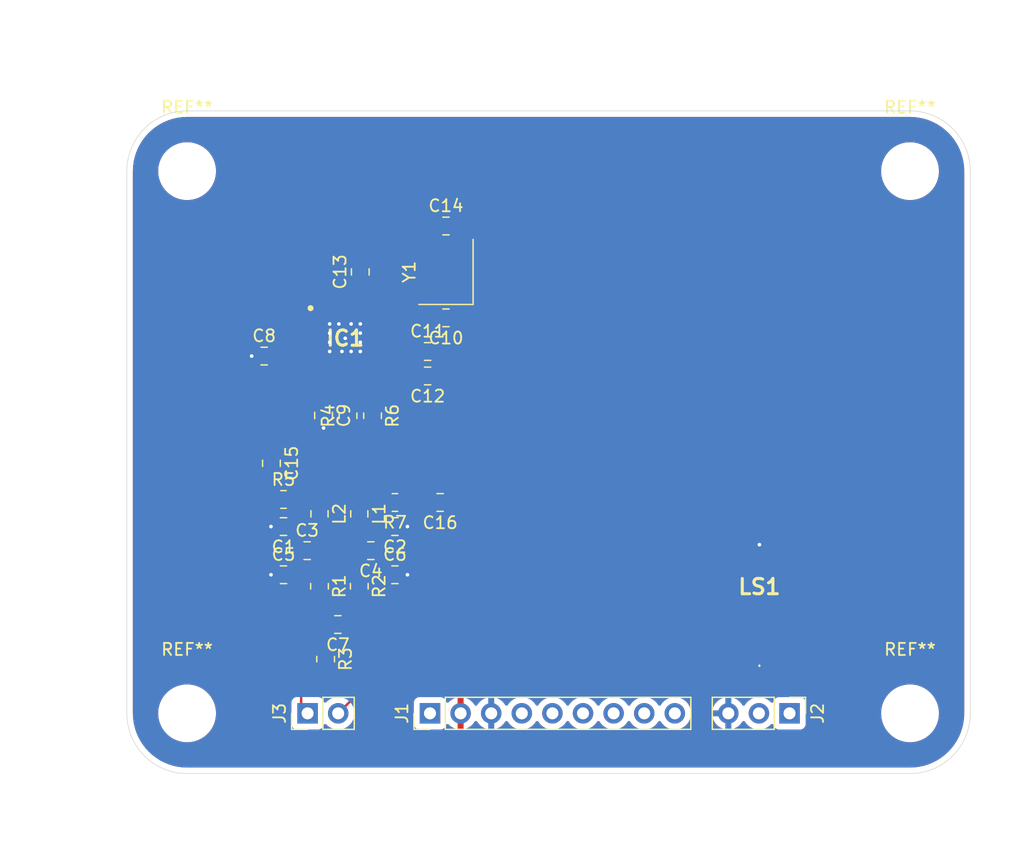
<source format=kicad_pcb>
(kicad_pcb (version 20241229) (generator "pcbnew") (generator_version "9.0")
  (layers (0 "F.Cu" signal) (2 "B.Cu" signal) (13 "F.Paste" user) (15 "B.Paste" user) (5 "F.SilkS" user "F.Silkscreen") (7 "B.SilkS" user "B.Silkscreen") (1 "F.Mask" user) (3 "B.Mask" user) (25 "Edge.Cuts" user))
  (net 0 "")
  (net 14 "GND")
  (net 15 "Net-(C1-Pad1)")
  (net 16 "Net-(C2-Pad2)")
  (net 17 "Net-(C3-Pad2)")
  (net 18 "Net-(C4-Pad2)")
  (net 19 "Net-(C7-Pad2)")
  (net 20 "Net-(IC1-DVDD)")
  (net 21 "Net-(IC1-AVDD)")
  (net 22 "XTAL1")
  (net 23 "+5V")
  (net 24 "+3.3V")
  (net 25 "XTAL2")
  (net 26 "Net-(IC1-RXN)")
  (net 27 "Net-(C15-Pad2)")
  (net 28 "Net-(IC1-RXP)")
  (net 29 "Net-(C16-Pad2)")
  (net 30 "LED")
  (net 31 "SCK")
  (net 32 "Net-(IC1-TX2)")
  (net 33 "Net-(IC1-TX1)")
  (net 34 "MOSI")
  (net 35 "MISO")
  (net 36 "Net-(IC1-VMID)")
  (net 37 "CS")
  (net 38 "Beeper")
  (net 39 "Net-(J3-Pin_2)")
  (net 40 "Net-(J3-Pin_1)")
  (footprint "Capacitor_SMD:C_0805_2012Metric_Pad1.18x1.45mm_HandSolder" (layer "F.Cu") (at 169.3745 58.364 90)
    (property "Reference" "C13" (at 0 -1.68 90) (layer "F.SilkS"))
    (property "Value" "100nF")
    (fp_line (start -0.261252 -0.735) (end 0.261252 -0.735) (stroke (width 0.12)) (layer "F.SilkS"))
    (fp_line (start -0.261252 0.735) (end 0.261252 0.735) (stroke (width 0.12)) (layer "F.SilkS"))
    (pad "1" smd roundrect (at -1.0375 0 90) (size 1.175 1.45) (layers "F.Cu" "F.Mask" "F.Paste") (roundrect_rratio 0.212766) (net 24 "+3.3V"))
    (pad "2" smd roundrect (at 1.0375 0 90) (size 1.175 1.45) (layers "F.Cu" "F.Mask" "F.Paste") (roundrect_rratio 0.212766) (net 14 "GND"))
  )
  (footprint "Inductor_SMD:L_0805_2012Metric_Pad1.15x1.40mm_HandSolder" (layer "F.Cu") (at 169.291 78.446 -90)
    (property "Reference" "L1" (at 0 -1.65 90) (layer "F.SilkS"))
    (property "Value" "470nH" (hide yes))
    (fp_line (start -0.261252 0.71) (end 0.261252 0.71) (stroke (width 0.12)) (layer "F.SilkS"))
    (fp_line (start -0.261252 -0.71) (end 0.261252 -0.71) (stroke (width 0.12)) (layer "F.SilkS"))
    (pad "1" smd roundrect (at -1.025 0 270) (size 1.15 1.4) (layers "F.Cu" "F.Mask" "F.Paste") (roundrect_rratio 0.217391) (net 32 "Net-(IC1-TX2)"))
    (pad "2" smd roundrect (at 1.025 0 270) (size 1.15 1.4) (layers "F.Cu" "F.Mask" "F.Paste") (roundrect_rratio 0.217391) (net 16 "Net-(C2-Pad2)"))
  )
  (footprint "Capacitor_SMD:C_0805_2012Metric_Pad1.18x1.45mm_HandSolder" (layer "F.Cu") (at 176.4865 54.554)
    (property "Reference" "C14" (at 0 -1.68 0) (layer "F.SilkS"))
    (property "Value" "10pf")
    (fp_line (start -0.261252 -0.735) (end 0.261252 -0.735) (stroke (width 0.12)) (layer "F.SilkS"))
    (fp_line (start -0.261252 0.735) (end 0.261252 0.735) (stroke (width 0.12)) (layer "F.SilkS"))
    (pad "1" smd roundrect (at -1.0375 0) (size 1.175 1.45) (layers "F.Cu" "F.Mask" "F.Paste") (roundrect_rratio 0.212766) (net 14 "GND"))
    (pad "2" smd roundrect (at 1.0375 0) (size 1.175 1.45) (layers "F.Cu" "F.Mask" "F.Paste") (roundrect_rratio 0.212766) (net 25 "XTAL2"))
  )
  (footprint "Capacitor_SMD:C_0805_2012Metric_Pad1.18x1.45mm_HandSolder" (layer "F.Cu") (at 161.395 65.349)
    (property "Reference" "C8" (at 0 -1.68 0) (layer "F.SilkS"))
    (property "Value" "470nF")
    (fp_line (start -0.261252 -0.735) (end 0.261252 -0.735) (stroke (width 0.12)) (layer "F.SilkS"))
    (fp_line (start -0.261252 0.735) (end 0.261252 0.735) (stroke (width 0.12)) (layer "F.SilkS"))
    (pad "1" smd roundrect (at -1.0375 0) (size 1.175 1.45) (layers "F.Cu" "F.Mask" "F.Paste") (roundrect_rratio 0.212766) (net 14 "GND"))
    (pad "2" smd roundrect (at 1.0375 0) (size 1.175 1.45) (layers "F.Cu" "F.Mask" "F.Paste") (roundrect_rratio 0.212766) (net 20 "Net-(IC1-DVDD)"))
  )
  (footprint "MountingHole:MountingHole_4.3mm_M4" (layer "F.Cu") (at 155 95)
    (property "Reference" "REF**" (at 0 -5.3 0) (layer "F.SilkS"))
    (property "Value" "MountingHole_4.3mm_M4")
    (pad "" np_thru_hole circle (at 0 0) (size 4.3 4.3) (drill 4.3) (layers "*.Cu" "*.Mask"))
  )
  (footprint "MountingHole:MountingHole_4.3mm_M4" (layer "F.Cu") (at 215 50)
    (property "Reference" "REF**" (at 0 -5.3 0) (layer "F.SilkS"))
    (property "Value" "MountingHole_4.3mm_M4")
    (pad "" np_thru_hole circle (at 0 0) (size 4.3 4.3) (drill 4.3) (layers "*.Cu" "*.Mask"))
  )
  (footprint "Connector_PinHeader_2.54mm:PinHeader_1x03_P2.54mm_Vertical" (layer "F.Cu") (at 205 95 -90)
    (property "Reference" "J2" (at 0 -2.33 90) (layer "F.SilkS"))
    (property "Value" "LED Out")
    (fp_line (start -1.33 6.41) (end 1.33 6.41) (stroke (width 0.12)) (layer "F.SilkS"))
    (fp_line (start -1.33 1.27) (end -1.33 6.41) (stroke (width 0.12)) (layer "F.SilkS"))
    (fp_line (start -1.33 1.27) (end 1.33 1.27) (stroke (width 0.12)) (layer "F.SilkS"))
    (fp_line (start 1.33 1.27) (end 1.33 6.41) (stroke (width 0.12)) (layer "F.SilkS"))
    (fp_line (start -1.33 0) (end -1.33 -1.33) (stroke (width 0.12)) (layer "F.SilkS"))
    (fp_line (start -1.33 -1.33) (end 0 -1.33) (stroke (width 0.12)) (layer "F.SilkS"))
    (pad "1" thru_hole rect (at 0 0 270) (size 1.7 1.7) (drill 1) (layers "*.Cu" "*.Mask") (net 23 "+5V"))
    (pad "2" thru_hole oval (at 0 2.54 270) (size 1.7 1.7) (drill 1) (layers "*.Cu" "*.Mask") (net 30 "LED"))
    (pad "3" thru_hole oval (at 0 5.08 270) (size 1.7 1.7) (drill 1) (layers "*.Cu" "*.Mask") (net 14 "GND"))
  )
  (footprint "Capacitor_SMD:C_0805_2012Metric_Pad1.18x1.45mm_HandSolder" (layer "F.Cu") (at 170.25 81.5 180)
    (property "Reference" "C4" (at 0 -1.68 0) (layer "F.SilkS"))
    (property "Value" "34.7pf" (hide yes))
    (fp_line (start -0.261252 0.735) (end 0.261252 0.735) (stroke (width 0.12)) (layer "F.SilkS"))
    (fp_line (start -0.261252 -0.735) (end 0.261252 -0.735) (stroke (width 0.12)) (layer "F.SilkS"))
    (pad "1" smd roundrect (at -1.0375 0 180) (size 1.175 1.45) (layers "F.Cu" "F.Mask" "F.Paste") (roundrect_rratio 0.212766) (net 16 "Net-(C2-Pad2)"))
    (pad "2" smd roundrect (at 1.0375 0 180) (size 1.175 1.45) (layers "F.Cu" "F.Mask" "F.Paste") (roundrect_rratio 0.212766) (net 18 "Net-(C4-Pad2)"))
  )
  (footprint "Capacitor_SMD:C_0805_2012Metric_Pad1.18x1.45mm_HandSolder" (layer "F.Cu") (at 174.9625 67 180)
    (property "Reference" "C12" (at 0 -1.68 0) (layer "F.SilkS"))
    (property "Value" "1uF")
    (fp_line (start -0.261252 0.735) (end 0.261252 0.735) (stroke (width 0.12)) (layer "F.SilkS"))
    (fp_line (start -0.261252 -0.735) (end 0.261252 -0.735) (stroke (width 0.12)) (layer "F.SilkS"))
    (pad "1" smd roundrect (at -1.0375 0 180) (size 1.175 1.45) (layers "F.Cu" "F.Mask" "F.Paste") (roundrect_rratio 0.212766) (net 14 "GND"))
    (pad "2" smd roundrect (at 1.0375 0 180) (size 1.175 1.45) (layers "F.Cu" "F.Mask" "F.Paste") (roundrect_rratio 0.212766) (net 23 "+5V"))
  )
  (footprint "Capacitor_SMD:C_0805_2012Metric_Pad1.18x1.45mm_HandSolder" (layer "F.Cu") (at 162 74.25 -90)
    (property "Reference" "C15" (at 0 -1.68 90) (layer "F.SilkS"))
    (property "Value" "1nF" (hide yes))
    (fp_line (start -0.261252 0.735) (end 0.261252 0.735) (stroke (width 0.12)) (layer "F.SilkS"))
    (fp_line (start -0.261252 -0.735) (end 0.261252 -0.735) (stroke (width 0.12)) (layer "F.SilkS"))
    (pad "1" smd roundrect (at -1.0375 0 270) (size 1.175 1.45) (layers "F.Cu" "F.Mask" "F.Paste") (roundrect_rratio 0.212766) (net 26 "Net-(IC1-RXN)"))
    (pad "2" smd roundrect (at 1.0375 0 270) (size 1.175 1.45) (layers "F.Cu" "F.Mask" "F.Paste") (roundrect_rratio 0.212766) (net 27 "Net-(C15-Pad2)"))
  )
  (footprint "CLRC663:CMT1075SMTTR" (layer "F.Cu") (at 202.5 84.5)
    (property "Reference" "LS1" (at 0 0 0) (layer "F.SilkS") (effects (font (size 1.27 1.27) (thickness 0.254))))
    (property "Value" "CMT-1075-SMT-TR" (hide yes))
    (fp_line (start 0 6.5) (end 0 6.5) (stroke (width 0.1)) (layer "F.SilkS"))
    (fp_line (start 0 6.6) (end 0 6.6) (stroke (width 0.1)) (layer "F.SilkS"))
    (fp_arc (start 0 6.5) (mid 0.05 6.55) (end 0 6.6) (stroke (width 0.1)) (layer "F.SilkS"))
    (fp_arc (start 0 6.6) (mid -0.05 6.55) (end 0 6.5) (stroke (width 0.1)) (layer "F.SilkS"))
    (pad "1" smd rect (at 0 3.5) (size 2.6 5) (layers "F.Cu" "F.Mask" "F.Paste") (net 38 "Beeper"))
    (pad "2" smd rect (at 0 -3.5) (size 2.6 5) (layers "F.Cu" "F.Mask" "F.Paste") (net 14 "GND"))
  )
  (footprint "Resistor_SMD:R_0805_2012Metric_Pad1.20x1.40mm_HandSolder" (layer "F.Cu") (at 170.3905 70.302 -90)
    (property "Reference" "R6" (at 0 -1.65 90) (layer "F.SilkS"))
    (property "Value" "1k")
    (fp_line (start -0.227064 0.735) (end 0.227064 0.735) (stroke (width 0.12)) (layer "F.SilkS"))
    (fp_line (start -0.227064 -0.735) (end 0.227064 -0.735) (stroke (width 0.12)) (layer "F.SilkS"))
    (pad "1" smd roundrect (at -1 0 270) (size 1.2 1.4) (layers "F.Cu" "F.Mask" "F.Paste") (roundrect_rratio 0.208333) (net 28 "Net-(IC1-RXP)"))
    (pad "2" smd roundrect (at 1 0 270) (size 1.2 1.4) (layers "F.Cu" "F.Mask" "F.Paste") (roundrect_rratio 0.208333) (net 36 "Net-(IC1-VMID)"))
  )
  (footprint "Resistor_SMD:R_0805_2012Metric_Pad1.20x1.40mm_HandSolder" (layer "F.Cu") (at 168.3585 70.302 90)
    (property "Reference" "R4" (at 0 -1.65 90) (layer "F.SilkS"))
    (property "Value" "1k")
    (fp_line (start -0.227064 -0.735) (end 0.227064 -0.735) (stroke (width 0.12)) (layer "F.SilkS"))
    (fp_line (start -0.227064 0.735) (end 0.227064 0.735) (stroke (width 0.12)) (layer "F.SilkS"))
    (pad "1" smd roundrect (at -1 0 90) (size 1.2 1.4) (layers "F.Cu" "F.Mask" "F.Paste") (roundrect_rratio 0.208333) (net 26 "Net-(IC1-RXN)"))
    (pad "2" smd roundrect (at 1 0 90) (size 1.2 1.4) (layers "F.Cu" "F.Mask" "F.Paste") (roundrect_rratio 0.208333) (net 36 "Net-(IC1-VMID)"))
  )
  (footprint "Resistor_SMD:R_0805_2012Metric_Pad1.20x1.40mm_HandSolder" (layer "F.Cu") (at 166.5 90.5 -90)
    (property "Reference" "R3" (at 0 -1.65 90) (layer "F.SilkS"))
    (property "Value" "2.224" (hide yes))
    (fp_line (start -0.227064 0.735) (end 0.227064 0.735) (stroke (width 0.12)) (layer "F.SilkS"))
    (fp_line (start -0.227064 -0.735) (end 0.227064 -0.735) (stroke (width 0.12)) (layer "F.SilkS"))
    (pad "1" smd roundrect (at -1 0 270) (size 1.2 1.4) (layers "F.Cu" "F.Mask" "F.Paste") (roundrect_rratio 0.208333) (net 19 "Net-(C7-Pad2)"))
    (pad "2" smd roundrect (at 1 0 270) (size 1.2 1.4) (layers "F.Cu" "F.Mask" "F.Paste") (roundrect_rratio 0.208333) (net 40 "Net-(J3-Pin_1)"))
  )
  (footprint "Capacitor_SMD:C_0805_2012Metric_Pad1.18x1.45mm_HandSolder" (layer "F.Cu") (at 172.25 79.5 180)
    (property "Reference" "C2" (at 0 -1.68 0) (layer "F.SilkS"))
    (property "Value" "122.2pf" (hide yes))
    (fp_line (start -0.261252 0.735) (end 0.261252 0.735) (stroke (width 0.12)) (layer "F.SilkS"))
    (fp_line (start -0.261252 -0.735) (end 0.261252 -0.735) (stroke (width 0.12)) (layer "F.SilkS"))
    (pad "1" smd roundrect (at -1.0375 0 180) (size 1.175 1.45) (layers "F.Cu" "F.Mask" "F.Paste") (roundrect_rratio 0.212766) (net 14 "GND"))
    (pad "2" smd roundrect (at 1.0375 0 180) (size 1.175 1.45) (layers "F.Cu" "F.Mask" "F.Paste") (roundrect_rratio 0.212766) (net 16 "Net-(C2-Pad2)"))
  )
  (footprint "MountingHole:MountingHole_4.3mm_M4" (layer "F.Cu") (at 215 95)
    (property "Reference" "REF**" (at 0 -5.3 0) (layer "F.SilkS"))
    (property "Value" "MountingHole_4.3mm_M4")
    (pad "" np_thru_hole circle (at 0 0) (size 4.3 4.3) (drill 4.3) (layers "*.Cu" "*.Mask"))
  )
  (footprint "Capacitor_SMD:C_0805_2012Metric_Pad1.18x1.45mm_HandSolder" (layer "F.Cu") (at 176 77.5 180)
    (property "Reference" "C16" (at 0 -1.68 0) (layer "F.SilkS"))
    (property "Value" "1nF" (hide yes))
    (fp_line (start -0.261252 0.735) (end 0.261252 0.735) (stroke (width 0.12)) (layer "F.SilkS"))
    (fp_line (start -0.261252 -0.735) (end 0.261252 -0.735) (stroke (width 0.12)) (layer "F.SilkS"))
    (pad "1" smd roundrect (at -1.0375 0 180) (size 1.175 1.45) (layers "F.Cu" "F.Mask" "F.Paste") (roundrect_rratio 0.212766) (net 28 "Net-(IC1-RXP)"))
    (pad "2" smd roundrect (at 1.0375 0 180) (size 1.175 1.45) (layers "F.Cu" "F.Mask" "F.Paste") (roundrect_rratio 0.212766) (net 29 "Net-(C16-Pad2)"))
  )
  (footprint "Capacitor_SMD:C_0805_2012Metric_Pad1.18x1.45mm_HandSolder" (layer "F.Cu") (at 166.3265 70.2805 -90)
    (property "Reference" "C9" (at 0 -1.68 90) (layer "F.SilkS"))
    (property "Value" "470nF")
    (fp_line (start -0.261252 0.735) (end 0.261252 0.735) (stroke (width 0.12)) (layer "F.SilkS"))
    (fp_line (start -0.261252 -0.735) (end 0.261252 -0.735) (stroke (width 0.12)) (layer "F.SilkS"))
    (pad "1" smd roundrect (at -1.0375 0 270) (size 1.175 1.45) (layers "F.Cu" "F.Mask" "F.Paste") (roundrect_rratio 0.212766) (net 21 "Net-(IC1-AVDD)"))
    (pad "2" smd roundrect (at 1.0375 0 270) (size 1.175 1.45) (layers "F.Cu" "F.Mask" "F.Paste") (roundrect_rratio 0.212766) (net 14 "GND"))
  )
  (footprint "Capacitor_SMD:C_0805_2012Metric_Pad1.18x1.45mm_HandSolder" (layer "F.Cu") (at 167.513 87.63 180)
    (property "Reference" "C7" (at 0 -1.68 0) (layer "F.SilkS"))
    (property "Value" "2.1pf" (hide yes))
    (fp_line (start -0.261252 0.735) (end 0.261252 0.735) (stroke (width 0.12)) (layer "F.SilkS"))
    (fp_line (start -0.261252 -0.735) (end 0.261252 -0.735) (stroke (width 0.12)) (layer "F.SilkS"))
    (pad "1" smd roundrect (at -1.0375 0 180) (size 1.175 1.45) (layers "F.Cu" "F.Mask" "F.Paste") (roundrect_rratio 0.212766) (net 39 "Net-(J3-Pin_2)"))
    (pad "2" smd roundrect (at 1.0375 0 180) (size 1.175 1.45) (layers "F.Cu" "F.Mask" "F.Paste") (roundrect_rratio 0.212766) (net 19 "Net-(C7-Pad2)"))
  )
  (footprint "Capacitor_SMD:C_0805_2012Metric_Pad1.18x1.45mm_HandSolder" (layer "F.Cu") (at 163 83.5)
    (property "Reference" "C5" (at 0 -1.68 0) (layer "F.SilkS"))
    (property "Value" "108.7pf" (hide yes))
    (fp_line (start -0.261252 -0.735) (end 0.261252 -0.735) (stroke (width 0.12)) (layer "F.SilkS"))
    (fp_line (start -0.261252 0.735) (end 0.261252 0.735) (stroke (width 0.12)) (layer "F.SilkS"))
    (pad "1" smd roundrect (at -1.0375 0) (size 1.175 1.45) (layers "F.Cu" "F.Mask" "F.Paste") (roundrect_rratio 0.212766) (net 14 "GND"))
    (pad "2" smd roundrect (at 1.0375 0) (size 1.175 1.45) (layers "F.Cu" "F.Mask" "F.Paste") (roundrect_rratio 0.212766) (net 17 "Net-(C3-Pad2)"))
  )
  (footprint "Resistor_SMD:R_0805_2012Metric_Pad1.20x1.40mm_HandSolder" (layer "F.Cu") (at 172.25 77.5 180)
    (property "Reference" "R7" (at 0 -1.65 0) (layer "F.SilkS"))
    (property "Value" "12k" (hide yes))
    (fp_line (start -0.227064 0.735) (end 0.227064 0.735) (stroke (width 0.12)) (layer "F.SilkS"))
    (fp_line (start -0.227064 -0.735) (end 0.227064 -0.735) (stroke (width 0.12)) (layer "F.SilkS"))
    (pad "1" smd roundrect (at -1 0 180) (size 1.2 1.4) (layers "F.Cu" "F.Mask" "F.Paste") (roundrect_rratio 0.208333) (net 29 "Net-(C16-Pad2)"))
    (pad "2" smd roundrect (at 1 0 180) (size 1.2 1.4) (layers "F.Cu" "F.Mask" "F.Paste") (roundrect_rratio 0.208333) (net 16 "Net-(C2-Pad2)"))
  )
  (footprint "Resistor_SMD:R_0805_2012Metric_Pad1.20x1.40mm_HandSolder" (layer "F.Cu") (at 163 77.25)
    (property "Reference" "R5" (at 0 -1.65 0) (layer "F.SilkS"))
    (property "Value" "12k" (hide yes))
    (fp_line (start -0.227064 -0.735) (end 0.227064 -0.735) (stroke (width 0.12)) (layer "F.SilkS"))
    (fp_line (start -0.227064 0.735) (end 0.227064 0.735) (stroke (width 0.12)) (layer "F.SilkS"))
    (pad "1" smd roundrect (at -1 0) (size 1.2 1.4) (layers "F.Cu" "F.Mask" "F.Paste") (roundrect_rratio 0.208333) (net 27 "Net-(C15-Pad2)"))
    (pad "2" smd roundrect (at 1 0) (size 1.2 1.4) (layers "F.Cu" "F.Mask" "F.Paste") (roundrect_rratio 0.208333) (net 15 "Net-(C1-Pad1)"))
  )
  (footprint "Inductor_SMD:L_0805_2012Metric_Pad1.15x1.40mm_HandSolder" (layer "F.Cu") (at 165.989 78.446 -90)
    (property "Reference" "L2" (at 0 -1.65 90) (layer "F.SilkS"))
    (property "Value" "470nH" (hide yes))
    (fp_line (start -0.261252 0.71) (end 0.261252 0.71) (stroke (width 0.12)) (layer "F.SilkS"))
    (fp_line (start -0.261252 -0.71) (end 0.261252 -0.71) (stroke (width 0.12)) (layer "F.SilkS"))
    (pad "1" smd roundrect (at -1.025 0 270) (size 1.15 1.4) (layers "F.Cu" "F.Mask" "F.Paste") (roundrect_rratio 0.217391) (net 33 "Net-(IC1-TX1)"))
    (pad "2" smd roundrect (at 1.025 0 270) (size 1.15 1.4) (layers "F.Cu" "F.Mask" "F.Paste") (roundrect_rratio 0.217391) (net 15 "Net-(C1-Pad1)"))
  )
  (footprint "Crystal:Crystal_SMD_3225-4Pin_3.2x2.5mm_HandSoldering" (layer "F.Cu") (at 176.4865 58.364 90)
    (property "Reference" "Y1" (at 0 -3.05 90) (layer "F.SilkS"))
    (property "Value" "27.12MHz")
    (fp_line (start -2.7 -2.25) (end -2.7 2.25) (stroke (width 0.12)) (layer "F.SilkS"))
    (fp_line (start -2.7 2.25) (end 2.7 2.25) (stroke (width 0.12)) (layer "F.SilkS"))
    (pad "1" smd rect (at -1.45 1.15 90) (size 2.1 1.8) (layers "F.Cu" "F.Mask" "F.Paste") (net 22 "XTAL1"))
    (pad "2" smd rect (at 1.45 1.15 90) (size 2.1 1.8) (layers "F.Cu" "F.Mask" "F.Paste") (net 25 "XTAL2"))
    (pad "3" smd rect (at 1.45 -1.15 90) (size 2.1 1.8) (layers "F.Cu" "F.Mask" "F.Paste"))
    (pad "4" smd rect (at -1.45 -1.15 90) (size 2.1 1.8) (layers "F.Cu" "F.Mask" "F.Paste"))
  )
  (footprint "Capacitor_SMD:C_0805_2012Metric_Pad1.18x1.45mm_HandSolder" (layer "F.Cu") (at 172.25 83.5)
    (property "Reference" "C6" (at 0 -1.68 0) (layer "F.SilkS"))
    (property "Value" "108.7pf" (hide yes))
    (fp_line (start -0.261252 -0.735) (end 0.261252 -0.735) (stroke (width 0.12)) (layer "F.SilkS"))
    (fp_line (start -0.261252 0.735) (end 0.261252 0.735) (stroke (width 0.12)) (layer "F.SilkS"))
    (pad "1" smd roundrect (at -1.0375 0) (size 1.175 1.45) (layers "F.Cu" "F.Mask" "F.Paste") (roundrect_rratio 0.212766) (net 18 "Net-(C4-Pad2)"))
    (pad "2" smd roundrect (at 1.0375 0) (size 1.175 1.45) (layers "F.Cu" "F.Mask" "F.Paste") (roundrect_rratio 0.212766) (net 14 "GND"))
  )
  (footprint "Connector_PinHeader_2.54mm:PinHeader_1x02_P2.54mm_Vertical" (layer "F.Cu") (at 165 95 90)
    (property "Reference" "J3" (at 0 -2.33 90) (layer "F.SilkS"))
    (property "Value" "Antenna")
    (fp_line (start -1.33 -1.33) (end 0 -1.33) (stroke (width 0.12)) (layer "F.SilkS"))
    (fp_line (start -1.33 0) (end -1.33 -1.33) (stroke (width 0.12)) (layer "F.SilkS"))
    (fp_line (start 1.33 1.27) (end 1.33 3.87) (stroke (width 0.12)) (layer "F.SilkS"))
    (fp_line (start -1.33 1.27) (end 1.33 1.27) (stroke (width 0.12)) (layer "F.SilkS"))
    (fp_line (start -1.33 1.27) (end -1.33 3.87) (stroke (width 0.12)) (layer "F.SilkS"))
    (fp_line (start -1.33 3.87) (end 1.33 3.87) (stroke (width 0.12)) (layer "F.SilkS"))
    (pad "1" thru_hole rect (at 0 0 90) (size 1.7 1.7) (drill 1) (layers "*.Cu" "*.Mask") (net 40 "Net-(J3-Pin_1)"))
    (pad "2" thru_hole oval (at 0 2.54 90) (size 1.7 1.7) (drill 1) (layers "*.Cu" "*.Mask") (net 39 "Net-(J3-Pin_2)"))
  )
  (footprint "MountingHole:MountingHole_4.3mm_M4" (layer "F.Cu") (at 155 50)
    (property "Reference" "REF**" (at 0 -5.3 0) (layer "F.SilkS"))
    (property "Value" "MountingHole_4.3mm_M4")
    (pad "" np_thru_hole circle (at 0 0) (size 4.3 4.3) (drill 4.3) (layers "*.Cu" "*.Mask"))
  )
  (footprint "Resistor_SMD:R_0805_2012Metric_Pad1.20x1.40mm_HandSolder" (layer "F.Cu") (at 169.291 84.455 -90)
    (property "Reference" "R2" (at 0 -1.65 90) (layer "F.SilkS"))
    (property "Value" "1.03" (hide yes))
    (fp_line (start -0.227064 0.735) (end 0.227064 0.735) (stroke (width 0.12)) (layer "F.SilkS"))
    (fp_line (start -0.227064 -0.735) (end 0.227064 -0.735) (stroke (width 0.12)) (layer "F.SilkS"))
    (pad "1" smd roundrect (at -1 0 270) (size 1.2 1.4) (layers "F.Cu" "F.Mask" "F.Paste") (roundrect_rratio 0.208333) (net 18 "Net-(C4-Pad2)"))
    (pad "2" smd roundrect (at 1 0 270) (size 1.2 1.4) (layers "F.Cu" "F.Mask" "F.Paste") (roundrect_rratio 0.208333) (net 39 "Net-(J3-Pin_2)"))
  )
  (footprint "Capacitor_SMD:C_0805_2012Metric_Pad1.18x1.45mm_HandSolder" (layer "F.Cu") (at 163 79.5 180)
    (property "Reference" "C1" (at 0 -1.68 0) (layer "F.SilkS"))
    (property "Value" "122.2pf" (hide yes))
    (fp_line (start -0.261252 0.735) (end 0.261252 0.735) (stroke (width 0.12)) (layer "F.SilkS"))
    (fp_line (start -0.261252 -0.735) (end 0.261252 -0.735) (stroke (width 0.12)) (layer "F.SilkS"))
    (pad "1" smd roundrect (at -1.0375 0 180) (size 1.175 1.45) (layers "F.Cu" "F.Mask" "F.Paste") (roundrect_rratio 0.212766) (net 15 "Net-(C1-Pad1)"))
    (pad "2" smd roundrect (at 1.0375 0 180) (size 1.175 1.45) (layers "F.Cu" "F.Mask" "F.Paste") (roundrect_rratio 0.212766) (net 14 "GND"))
  )
  (footprint "Capacitor_SMD:C_0805_2012Metric_Pad1.18x1.45mm_HandSolder" (layer "F.Cu") (at 164.9625 81.5)
    (property "Reference" "C3" (at 0 -1.68 0) (layer "F.SilkS"))
    (property "Value" "34.7pf" (hide yes))
    (fp_line (start -0.261252 -0.735) (end 0.261252 -0.735) (stroke (width 0.12)) (layer "F.SilkS"))
    (fp_line (start -0.261252 0.735) (end 0.261252 0.735) (stroke (width 0.12)) (layer "F.SilkS"))
    (pad "1" smd roundrect (at -1.0375 0) (size 1.175 1.45) (layers "F.Cu" "F.Mask" "F.Paste") (roundrect_rratio 0.212766) (net 15 "Net-(C1-Pad1)"))
    (pad "2" smd roundrect (at 1.0375 0) (size 1.175 1.45) (layers "F.Cu" "F.Mask" "F.Paste") (roundrect_rratio 0.212766) (net 17 "Net-(C3-Pad2)"))
  )
  (footprint "Capacitor_SMD:C_0805_2012Metric_Pad1.18x1.45mm_HandSolder" (layer "F.Cu") (at 176.4865 62.174 180)
    (property "Reference" "C10" (at 0 -1.68 0) (layer "F.SilkS"))
    (property "Value" "10pf")
    (fp_line (start -0.261252 0.735) (end 0.261252 0.735) (stroke (width 0.12)) (layer "F.SilkS"))
    (fp_line (start -0.261252 -0.735) (end 0.261252 -0.735) (stroke (width 0.12)) (layer "F.SilkS"))
    (pad "1" smd roundrect (at -1.0375 0 180) (size 1.175 1.45) (layers "F.Cu" "F.Mask" "F.Paste") (roundrect_rratio 0.212766) (net 22 "XTAL1"))
    (pad "2" smd roundrect (at 1.0375 0 180) (size 1.175 1.45) (layers "F.Cu" "F.Mask" "F.Paste") (roundrect_rratio 0.212766) (net 14 "GND"))
  )
  (footprint "Capacitor_SMD:C_0805_2012Metric_Pad1.18x1.45mm_HandSolder" (layer "F.Cu") (at 174.9625 64.968)
    (property "Reference" "C11" (at 0 -1.68 0) (layer "F.SilkS"))
    (property "Value" "100nF")
    (fp_line (start -0.261252 -0.735) (end 0.261252 -0.735) (stroke (width 0.12)) (layer "F.SilkS"))
    (fp_line (start -0.261252 0.735) (end 0.261252 0.735) (stroke (width 0.12)) (layer "F.SilkS"))
    (pad "1" smd roundrect (at -1.0375 0) (size 1.175 1.45) (layers "F.Cu" "F.Mask" "F.Paste") (roundrect_rratio 0.212766) (net 23 "+5V"))
    (pad "2" smd roundrect (at 1.0375 0) (size 1.175 1.45) (layers "F.Cu" "F.Mask" "F.Paste") (roundrect_rratio 0.212766) (net 14 "GND"))
  )
  (footprint "Resistor_SMD:R_0805_2012Metric_Pad1.20x1.40mm_HandSolder" (layer "F.Cu") (at 165.989 84.455 -90)
    (property "Reference" "R1" (at 0 -1.65 90) (layer "F.SilkS"))
    (property "Value" "1.03" (hide yes))
    (fp_line (start -0.227064 0.735) (end 0.227064 0.735) (stroke (width 0.12)) (layer "F.SilkS"))
    (fp_line (start -0.227064 -0.735) (end 0.227064 -0.735) (stroke (width 0.12)) (layer "F.SilkS"))
    (pad "1" smd roundrect (at -1 0 270) (size 1.2 1.4) (layers "F.Cu" "F.Mask" "F.Paste") (roundrect_rratio 0.208333) (net 17 "Net-(C3-Pad2)"))
    (pad "2" smd roundrect (at 1 0 270) (size 1.2 1.4) (layers "F.Cu" "F.Mask" "F.Paste") (roundrect_rratio 0.208333) (net 19 "Net-(C7-Pad2)"))
  )
  (footprint "Connector_PinHeader_2.54mm:PinHeader_1x09_P2.54mm_Vertical" (layer "F.Cu") (at 175.16 95 90)
    (property "Reference" "J1" (at 0 -2.33 90) (layer "F.SilkS"))
    (property "Value" "Motherboard")
    (fp_line (start -1.33 -1.33) (end 0 -1.33) (stroke (width 0.12)) (layer "F.SilkS"))
    (fp_line (start -1.33 0) (end -1.33 -1.33) (stroke (width 0.12)) (layer "F.SilkS"))
    (fp_line (start 1.33 1.27) (end 1.33 21.65) (stroke (width 0.12)) (layer "F.SilkS"))
    (fp_line (start -1.33 1.27) (end 1.33 1.27) (stroke (width 0.12)) (layer "F.SilkS"))
    (fp_line (start -1.33 1.27) (end -1.33 21.65) (stroke (width 0.12)) (layer "F.SilkS"))
    (fp_line (start -1.33 21.65) (end 1.33 21.65) (stroke (width 0.12)) (layer "F.SilkS"))
    (pad "1" thru_hole rect (at 0 0 90) (size 1.7 1.7) (drill 1) (layers "*.Cu" "*.Mask") (net 23 "+5V"))
    (pad "2" thru_hole oval (at 0 2.54 90) (size 1.7 1.7) (drill 1) (layers "*.Cu" "*.Mask") (net 24 "+3.3V"))
    (pad "3" thru_hole oval (at 0 5.08 90) (size 1.7 1.7) (drill 1) (layers "*.Cu" "*.Mask") (net 14 "GND"))
    (pad "4" thru_hole oval (at 0 7.62 90) (size 1.7 1.7) (drill 1) (layers "*.Cu" "*.Mask") (net 37 "CS"))
    (pad "5" thru_hole oval (at 0 10.16 90) (size 1.7 1.7) (drill 1) (layers "*.Cu" "*.Mask") (net 31 "SCK"))
    (pad "6" thru_hole oval (at 0 12.7 90) (size 1.7 1.7) (drill 1) (layers "*.Cu" "*.Mask") (net 34 "MOSI"))
    (pad "7" thru_hole oval (at 0 15.24 90) (size 1.7 1.7) (drill 1) (layers "*.Cu" "*.Mask") (net 35 "MISO"))
    (pad "8" thru_hole oval (at 0 17.78 90) (size 1.7 1.7) (drill 1) (layers "*.Cu" "*.Mask") (net 30 "LED"))
    (pad "9" thru_hole oval (at 0 20.32 90) (size 1.7 1.7) (drill 1) (layers "*.Cu" "*.Mask") (net 38 "Beeper"))
  )
  (footprint "CLRC663:QFN50P500X500X100-33N" (layer "F.Cu") (at 168.1225 63.874)
    (property "Reference" "IC1" (at 0 0 0) (layer "F.SilkS") (effects (font (size 1.27 1.27) (thickness 0.254))))
    (property "Value" "CLRC66303HNY" (hide yes))
    (fp_circle (center -2.875 -2.5) (end -2.875 -2.375) (stroke (width 0.25)) (fill no) (layer "F.SilkS"))
    (pad "1" smd rect (at -2.45 -1.75 90) (size 0.3 0.85) (layers "F.Cu" "F.Mask" "F.Paste"))
    (pad "2" smd rect (at -2.45 -1.25 90) (size 0.3 0.85) (layers "F.Cu" "F.Mask" "F.Paste"))
    (pad "3" smd rect (at -2.45 -0.75 90) (size 0.3 0.85) (layers "F.Cu" "F.Mask" "F.Paste"))
    (pad "4" smd rect (at -2.45 -0.25 90) (size 0.3 0.85) (layers "F.Cu" "F.Mask" "F.Paste"))
    (pad "5" smd rect (at -2.45 0.25 90) (size 0.3 0.85) (layers "F.Cu" "F.Mask" "F.Paste"))
    (pad "6" smd rect (at -2.45 0.75 90) (size 0.3 0.85) (layers "F.Cu" "F.Mask" "F.Paste"))
    (pad "7" smd rect (at -2.45 1.25 90) (size 0.3 0.85) (layers "F.Cu" "F.Mask" "F.Paste") (net 20 "Net-(IC1-DVDD)"))
    (pad "8" smd rect (at -2.45 1.75 90) (size 0.3 0.85) (layers "F.Cu" "F.Mask" "F.Paste") (net 24 "+3.3V"))
    (pad "9" smd rect (at -1.75 2.45) (size 0.3 0.85) (layers "F.Cu" "F.Mask" "F.Paste") (net 21 "Net-(IC1-AVDD)"))
    (pad "10" smd rect (at -1.25 2.45) (size 0.3 0.85) (layers "F.Cu" "F.Mask" "F.Paste"))
    (pad "11" smd rect (at -0.75 2.45) (size 0.3 0.85) (layers "F.Cu" "F.Mask" "F.Paste"))
    (pad "12" smd rect (at -0.25 2.45) (size 0.3 0.85) (layers "F.Cu" "F.Mask" "F.Paste") (net 28 "Net-(IC1-RXP)"))
    (pad "13" smd rect (at 0.25 2.45) (size 0.3 0.85) (layers "F.Cu" "F.Mask" "F.Paste") (net 26 "Net-(IC1-RXN)"))
    (pad "14" smd rect (at 0.75 2.45) (size 0.3 0.85) (layers "F.Cu" "F.Mask" "F.Paste") (net 36 "Net-(IC1-VMID)"))
    (pad "15" smd rect (at 1.25 2.45) (size 0.3 0.85) (layers "F.Cu" "F.Mask" "F.Paste") (net 32 "Net-(IC1-TX2)"))
    (pad "16" smd rect (at 1.75 2.45) (size 0.3 0.85) (layers "F.Cu" "F.Mask" "F.Paste") (net 14 "GND"))
    (pad "17" smd rect (at 2.45 1.75 90) (size 0.3 0.85) (layers "F.Cu" "F.Mask" "F.Paste") (net 33 "Net-(IC1-TX1)"))
    (pad "18" smd rect (at 2.45 1.25 90) (size 0.3 0.85) (layers "F.Cu" "F.Mask" "F.Paste") (net 23 "+5V"))
    (pad "19" smd rect (at 2.45 0.75 90) (size 0.3 0.85) (layers "F.Cu" "F.Mask" "F.Paste") (net 22 "XTAL1"))
    (pad "20" smd rect (at 2.45 0.25 90) (size 0.3 0.85) (layers "F.Cu" "F.Mask" "F.Paste") (net 25 "XTAL2"))
    (pad "21" smd rect (at 2.45 -0.25 90) (size 0.3 0.85) (layers "F.Cu" "F.Mask" "F.Paste"))
    (pad "22" smd rect (at 2.45 -0.75 90) (size 0.3 0.85) (layers "F.Cu" "F.Mask" "F.Paste"))
    (pad "23" smd rect (at 2.45 -1.25 90) (size 0.3 0.85) (layers "F.Cu" "F.Mask" "F.Paste"))
    (pad "24" smd rect (at 2.45 -1.75 90) (size 0.3 0.85) (layers "F.Cu" "F.Mask" "F.Paste"))
    (pad "25" smd rect (at 1.75 -2.45) (size 0.3 0.85) (layers "F.Cu" "F.Mask" "F.Paste") (net 24 "+3.3V"))
    (pad "26" smd rect (at 1.25 -2.45) (size 0.3 0.85) (layers "F.Cu" "F.Mask" "F.Paste") (net 14 "GND"))
    (pad "27" smd rect (at 0.75 -2.45) (size 0.3 0.85) (layers "F.Cu" "F.Mask" "F.Paste") (net 24 "+3.3V"))
    (pad "28" smd rect (at 0.25 -2.45) (size 0.3 0.85) (layers "F.Cu" "F.Mask" "F.Paste") (net 34 "MOSI"))
    (pad "29" smd rect (at -0.25 -2.45) (size 0.3 0.85) (layers "F.Cu" "F.Mask" "F.Paste") (net 31 "SCK"))
    (pad "30" smd rect (at -0.75 -2.45) (size 0.3 0.85) (layers "F.Cu" "F.Mask" "F.Paste") (net 35 "MISO"))
    (pad "31" smd rect (at -1.25 -2.45) (size 0.3 0.85) (layers "F.Cu" "F.Mask" "F.Paste") (net 37 "CS"))
    (pad "32" smd rect (at -1.75 -2.45) (size 0.3 0.85) (layers "F.Cu" "F.Mask" "F.Paste"))
    (pad "33" smd rect (at 0 0) (size 3.25 3.25) (layers "F.Cu" "F.Mask" "F.Paste") (net 14 "GND"))
  )
  (gr_line (start 155 45) (end 215 45) (stroke (width 0.05)) (layer "Edge.Cuts"))
  (gr_line (start 150 95) (end 150 50) (stroke (width 0.05)) (layer "Edge.Cuts"))
  (gr_line (start 220 50) (end 220 95) (stroke (width 0.05)) (layer "Edge.Cuts"))
  (gr_arc (start 220 95) (mid 218.535534 98.535534) (end 215 100) (stroke (width 0.05)) (layer "Edge.Cuts"))
  (gr_arc (start 155 100) (mid 151.464466 98.535534) (end 150 95) (stroke (width 0.05)) (layer "Edge.Cuts"))
  (gr_arc (start 150 50) (mid 151.464466 46.464466) (end 155 45) (stroke (width 0.05)) (layer "Edge.Cuts"))
  (gr_arc (start 215 45) (mid 218.535534 46.464466) (end 220 50) (stroke (width 0.05)) (layer "Edge.Cuts"))
  (gr_line (start 215 100) (end 155 100) (stroke (width 0.05)) (layer "Edge.Cuts"))
  (segment (start 160.3575 65.349) (end 160.3575 65.984) (width 0.2) (layer "F.Cu") (net 14))
  (via (at 166.8345 64.968) (size 0.6) (drill 0.3) (layers "F.Cu" "B.Cu") (net 14))
  (via (at 161.9625 83.5) (size 0.6) (drill 0.3) (layers "F.Cu" "B.Cu") (net 14))
  (via (at 167.5965 62.682) (size 0.6) (drill 0.3) (layers "F.Cu" "B.Cu") (net 14))
  (via (at 169.3745 64.206) (size 0.6) (drill 0.3) (layers "F.Cu" "B.Cu") (net 14))
  (via (at 169.3745 63.444) (size 0.6) (drill 0.3) (layers "F.Cu" "B.Cu") (net 14))
  (via (at 166.8345 64.206) (size 0.6) (drill 0.3) (layers "F.Cu" "B.Cu") (net 14))
  (via (at 166.8345 62.682) (size 0.6) (drill 0.3) (layers "F.Cu" "B.Cu") (net 14))
  (via (at 161.9625 79.5) (size 0.6) (drill 0.3) (layers "F.Cu" "B.Cu") (net 14))
  (via (at 160.3575 65.349) (size 0.6) (drill 0.3) (layers "F.Cu" "B.Cu") (net 14))
  (via (at 167.8505 64.968) (size 0.6) (drill 0.3) (layers "F.Cu" "B.Cu") (net 14))
  (via (at 202.5 81) (size 0.6) (drill 0.3) (layers "F.Cu" "B.Cu") (net 14))
  (via (at 173.2875 83.5) (size 0.6) (drill 0.3) (layers "F.Cu" "B.Cu") (net 14))
  (via (at 166.3265 71.318) (size 0.6) (drill 0.3) (layers "F.Cu" "B.Cu") (net 14))
  (via (at 166.8345 63.444) (size 0.6) (drill 0.3) (layers "F.Cu" "B.Cu") (net 14))
  (via (at 168.6125 62.682) (size 0.6) (drill 0.3) (layers "F.Cu" "B.Cu") (net 14))
  (via (at 168.6125 64.968) (size 0.6) (drill 0.3) (layers "F.Cu" "B.Cu") (net 14))
  (via (at 173.2875 79.5) (size 0.6) (drill 0.3) (layers "F.Cu" "B.Cu") (net 14))
  (via (at 169.3745 62.682) (size 0.6) (drill 0.3) (layers "F.Cu" "B.Cu") (net 14))
  (via (at 168.1225 63.874) (size 0.6) (drill 0.3) (layers "F.Cu" "B.Cu") (net 14))
  (via (at 169.3745 64.968) (size 0.6) (drill 0.3) (layers "F.Cu" "B.Cu") (net 14))
  (segment (start 164 79.4625) (end 164.0375 79.5) (width 0.2) (layer "F.Cu") (net 15))
  (segment (start 164 77.25) (end 164 79.4625) (width 0.2) (layer "F.Cu") (net 15))
  (segment (start 164.0375 79.5) (end 165.96 79.5) (width 0.2) (layer "F.Cu") (net 15))
  (segment (start 171.2125 77.5375) (end 171.25 77.5) (width 0.2) (layer "F.Cu") (net 16))
  (segment (start 171.2125 79.5) (end 169.32 79.5) (width 0.2) (layer "F.Cu") (net 16))
  (segment (start 171.2125 79.5) (end 171.2125 77.5375) (width 0.2) (layer "F.Cu") (net 16))
  (segment (start 169.32 79.5) (end 169.291 79.471) (width 0.2) (layer "F.Cu") (net 16))
  (segment (start 164.0375 83.5) (end 165.944 83.5) (width 0.2) (layer "F.Cu") (net 17))
  (segment (start 166 83.444) (end 165.989 83.455) (width 0.2) (layer "F.Cu") (net 17))
  (segment (start 165.944 83.5) (end 165.989 83.455) (width 0.2) (layer "F.Cu") (net 17))
  (segment (start 166 81.5) (end 166 83.444) (width 0.2) (layer "F.Cu") (net 17))
  (segment (start 171.2125 83.5) (end 169.336 83.5) (width 0.2) (layer "F.Cu") (net 18))
  (segment (start 169.336 83.5) (end 169.291 83.455) (width 0.2) (layer "F.Cu") (net 18))
  (segment (start 169.291 81.5785) (end 169.2125 81.5) (width 0.2) (layer "F.Cu") (net 18))
  (segment (start 169.291 83.455) (end 169.291 81.5785) (width 0.2) (layer "F.Cu") (net 18))
  (segment (start 165.989 87.1435) (end 166.4755 87.63) (width 0.2) (layer "F.Cu") (net 19))
  (segment (start 165.989 85.455) (end 165.989 87.1435) (width 0.2) (layer "F.Cu") (net 19))
  (segment (start 166.5 87.6545) (end 166.4755 87.63) (width 0.2) (layer "F.Cu") (net 19))
  (segment (start 166.5 89.5) (end 166.5 87.6545) (width 0.2) (layer "F.Cu") (net 19))
  (segment (start 162.4325 65.349) (end 162.6575 65.124) (width 0.2) (layer "F.Cu") (net 20))
  (segment (start 162.6575 65.124) (end 165.6725 65.124) (width 0.2) (layer "F.Cu") (net 20))
  (segment (start 166.3265 66.37) (end 166.3725 66.324) (width 0.2) (layer "F.Cu") (net 21))
  (segment (start 166.3265 69.243) (end 166.3265 66.37) (width 0.2) (layer "F.Cu") (net 21))
  (segment (start 162 77.25) (end 162 75.2875) (width 0.2) (layer "F.Cu") (net 27))
  (segment (start 173.25 77.5) (end 174.9625 77.5) (width 0.2) (layer "F.Cu") (net 29))
  (segment (start 165.96 77) (end 165.989 76.971) (width 0.2) (layer "F.Cu") (net 33))
  (segment (start 169.291 86.8895) (end 168.5505 87.63) (width 0.2) (layer "F.Cu") (net 39))
  (segment (start 168.5505 93.9895) (end 168.5505 87.63) (width 0.2) (layer "F.Cu") (net 39))
  (segment (start 167.54 95) (end 168.5505 93.9895) (width 0.2) (layer "F.Cu") (net 39))
  (segment (start 169.291 85.455) (end 169.291 86.8895) (width 0.2) (layer "F.Cu") (net 39))
  (segment (start 164.465 93.535) (end 164.465 94.465) (width 0.2) (layer "F.Cu") (net 40))
  (segment (start 166.5 91.5) (end 164.465 93.535) (width 0.2) (layer "F.Cu") (net 40))
  (segment (start 164.465 94.465) (end 165 95) (width 0.2) (layer "F.Cu") (net 40))
  (zone (net 24) (net_name "+3.3V") (layer "F.Cu") (connect_pads (clearance 0.5)) (min_thickness 0.25) (fill yes (thermal_gap 0.5) (thermal_bridge_width 0.5))
    (polygon (pts (xy 150 45) (xy 220 45) (xy 220 100) (xy 150 100)))
  )
  (zone (net 14) (net_name "GND") (layer "B.Cu") (connect_pads (clearance 0.5)) (min_thickness 0.25) (fill yes (thermal_gap 0.5) (thermal_bridge_width 0.5))
    (polygon (pts (xy 150 45) (xy 220 45) (xy 220 100) (xy 150 100)))
  )
)
</source>
